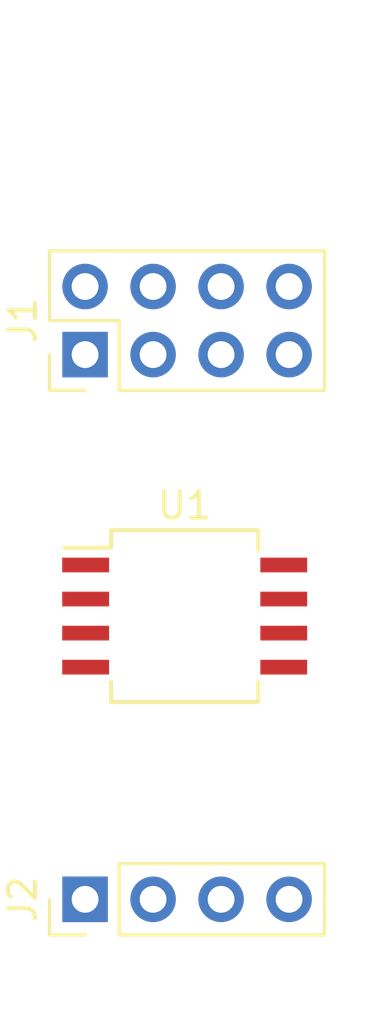
<source format=kicad_pcb>
(kicad_pcb (version 4) (host pcbnew 4.0.7)

  (general
    (links 13)
    (no_connects 13)
    (area 0 0 0 0)
    (thickness 1.6)
    (drawings 0)
    (tracks 0)
    (zones 0)
    (modules 3)
    (nets 8)
  )

  (page A4)
  (layers
    (0 F.Cu signal)
    (31 B.Cu signal)
    (32 B.Adhes user)
    (33 F.Adhes user)
    (34 B.Paste user)
    (35 F.Paste user)
    (36 B.SilkS user)
    (37 F.SilkS user)
    (38 B.Mask user)
    (39 F.Mask user)
    (40 Dwgs.User user)
    (41 Cmts.User user)
    (42 Eco1.User user)
    (43 Eco2.User user)
    (44 Edge.Cuts user)
    (45 Margin user)
    (46 B.CrtYd user)
    (47 F.CrtYd user)
    (48 B.Fab user)
    (49 F.Fab user)
  )

  (setup
    (last_trace_width 0.25)
    (trace_clearance 0.2)
    (zone_clearance 0.508)
    (zone_45_only no)
    (trace_min 0.2)
    (segment_width 0.2)
    (edge_width 0.15)
    (via_size 0.6)
    (via_drill 0.4)
    (via_min_size 0.4)
    (via_min_drill 0.3)
    (uvia_size 0.3)
    (uvia_drill 0.1)
    (uvias_allowed no)
    (uvia_min_size 0.2)
    (uvia_min_drill 0.1)
    (pcb_text_width 0.3)
    (pcb_text_size 1.5 1.5)
    (mod_edge_width 0.15)
    (mod_text_size 1 1)
    (mod_text_width 0.15)
    (pad_size 1.524 1.524)
    (pad_drill 0.762)
    (pad_to_mask_clearance 0.2)
    (aux_axis_origin 0 0)
    (visible_elements FFFFFF7F)
    (pcbplotparams
      (layerselection 0x00030_80000001)
      (usegerberextensions false)
      (excludeedgelayer true)
      (linewidth 0.100000)
      (plotframeref false)
      (viasonmask false)
      (mode 1)
      (useauxorigin false)
      (hpglpennumber 1)
      (hpglpenspeed 20)
      (hpglpendiameter 15)
      (hpglpenoverlay 2)
      (psnegative false)
      (psa4output false)
      (plotreference true)
      (plotvalue true)
      (plotinvisibletext false)
      (padsonsilk false)
      (subtractmaskfromsilk false)
      (outputformat 1)
      (mirror false)
      (drillshape 1)
      (scaleselection 1)
      (outputdirectory ""))
  )

  (net 0 "")
  (net 1 "Net-(J1-Pad1)")
  (net 2 "Net-(J1-Pad2)")
  (net 3 "Net-(J1-Pad3)")
  (net 4 "Net-(J1-Pad4)")
  (net 5 "Net-(J1-Pad5)")
  (net 6 "Net-(J1-Pad7)")
  (net 7 "Net-(J1-Pad8)")

  (net_class Default "This is the default net class."
    (clearance 0.2)
    (trace_width 0.25)
    (via_dia 0.6)
    (via_drill 0.4)
    (uvia_dia 0.3)
    (uvia_drill 0.1)
    (add_net "Net-(J1-Pad1)")
    (add_net "Net-(J1-Pad2)")
    (add_net "Net-(J1-Pad3)")
    (add_net "Net-(J1-Pad4)")
    (add_net "Net-(J1-Pad5)")
    (add_net "Net-(J1-Pad7)")
    (add_net "Net-(J1-Pad8)")
  )

  (module Pin_Headers:Pin_Header_Straight_2x04_Pitch2.54mm (layer F.Cu) (tedit 5ACCE0C4) (tstamp 5ACCDFAC)
    (at 144.78 95.25 90)
    (descr "Through hole straight pin header, 2x04, 2.54mm pitch, double rows")
    (tags "Through hole pin header THT 2x04 2.54mm double row")
    (path /5ACCDDC6)
    (fp_text reference J1 (at 1.27 -2.33 90) (layer F.SilkS)
      (effects (font (size 1 1) (thickness 0.15)))
    )
    (fp_text value Conn_02x04_Counter_Clockwise (at 1.27 9.95 90) (layer F.Fab)
      (effects (font (size 1 1) (thickness 0.15)))
    )
    (fp_line (start 0 -1.27) (end 3.81 -1.27) (layer F.Fab) (width 0.1))
    (fp_line (start 3.81 -1.27) (end 3.81 8.89) (layer F.Fab) (width 0.1))
    (fp_line (start 3.81 8.89) (end -1.27 8.89) (layer F.Fab) (width 0.1))
    (fp_line (start -1.27 8.89) (end -1.27 0) (layer F.Fab) (width 0.1))
    (fp_line (start -1.27 0) (end 0 -1.27) (layer F.Fab) (width 0.1))
    (fp_line (start -1.33 8.95) (end 3.87 8.95) (layer F.SilkS) (width 0.12))
    (fp_line (start -1.33 1.27) (end -1.33 8.95) (layer F.SilkS) (width 0.12))
    (fp_line (start 3.87 -1.33) (end 3.87 8.95) (layer F.SilkS) (width 0.12))
    (fp_line (start -1.33 1.27) (end 1.27 1.27) (layer F.SilkS) (width 0.12))
    (fp_line (start 1.27 1.27) (end 1.27 -1.33) (layer F.SilkS) (width 0.12))
    (fp_line (start 1.27 -1.33) (end 3.87 -1.33) (layer F.SilkS) (width 0.12))
    (fp_line (start -1.33 0) (end -1.33 -1.33) (layer F.SilkS) (width 0.12))
    (fp_line (start -1.33 -1.33) (end 0 -1.33) (layer F.SilkS) (width 0.12))
    (fp_line (start -1.8 -1.8) (end -1.8 9.4) (layer F.CrtYd) (width 0.05))
    (fp_line (start -1.8 9.4) (end 4.35 9.4) (layer F.CrtYd) (width 0.05))
    (fp_line (start 4.35 9.4) (end 4.35 -1.8) (layer F.CrtYd) (width 0.05))
    (fp_line (start 4.35 -1.8) (end -1.8 -1.8) (layer F.CrtYd) (width 0.05))
    (fp_text user %R (at 1.27 3.81 180) (layer F.Fab)
      (effects (font (size 1 1) (thickness 0.15)))
    )
    (pad 1 thru_hole rect (at 0 0 90) (size 1.7 1.7) (drill 1) (layers *.Cu *.Mask)
      (net 1 "Net-(J1-Pad1)"))
    (pad 8 thru_hole oval (at 2.54 0 90) (size 1.7 1.7) (drill 1) (layers *.Cu *.Mask)
      (net 7 "Net-(J1-Pad8)"))
    (pad 2 thru_hole oval (at 0 2.54 90) (size 1.7 1.7) (drill 1) (layers *.Cu *.Mask)
      (net 2 "Net-(J1-Pad2)"))
    (pad 7 thru_hole oval (at 2.54 2.54 90) (size 1.7 1.7) (drill 1) (layers *.Cu *.Mask)
      (net 6 "Net-(J1-Pad7)"))
    (pad 3 thru_hole oval (at 0 5.08 90) (size 1.7 1.7) (drill 1) (layers *.Cu *.Mask)
      (net 3 "Net-(J1-Pad3)"))
    (pad 6 thru_hole oval (at 2.54 5.08 90) (size 1.7 1.7) (drill 1) (layers *.Cu *.Mask)
      (net 3 "Net-(J1-Pad3)"))
    (pad 4 thru_hole oval (at 0 7.62 90) (size 1.7 1.7) (drill 1) (layers *.Cu *.Mask)
      (net 4 "Net-(J1-Pad4)"))
    (pad 5 thru_hole oval (at 2.54 7.62 90) (size 1.7 1.7) (drill 1) (layers *.Cu *.Mask)
      (net 5 "Net-(J1-Pad5)"))
    (model ${KISYS3DMOD}/Pin_Headers.3dshapes/Pin_Header_Straight_2x04_Pitch2.54mm.wrl
      (at (xyz 0 0 0))
      (scale (xyz 1 1 1))
      (rotate (xyz 0 0 0))
    )
  )

  (module Pin_Headers:Pin_Header_Straight_1x04_Pitch2.54mm (layer F.Cu) (tedit 59650532) (tstamp 5ACCDFC4)
    (at 144.78 115.57 90)
    (descr "Through hole straight pin header, 1x04, 2.54mm pitch, single row")
    (tags "Through hole pin header THT 1x04 2.54mm single row")
    (path /5ACCDD93)
    (fp_text reference J2 (at 0 -2.33 90) (layer F.SilkS)
      (effects (font (size 1 1) (thickness 0.15)))
    )
    (fp_text value Conn_01x04 (at 0 9.95 90) (layer F.Fab)
      (effects (font (size 1 1) (thickness 0.15)))
    )
    (fp_line (start -0.635 -1.27) (end 1.27 -1.27) (layer F.Fab) (width 0.1))
    (fp_line (start 1.27 -1.27) (end 1.27 8.89) (layer F.Fab) (width 0.1))
    (fp_line (start 1.27 8.89) (end -1.27 8.89) (layer F.Fab) (width 0.1))
    (fp_line (start -1.27 8.89) (end -1.27 -0.635) (layer F.Fab) (width 0.1))
    (fp_line (start -1.27 -0.635) (end -0.635 -1.27) (layer F.Fab) (width 0.1))
    (fp_line (start -1.33 8.95) (end 1.33 8.95) (layer F.SilkS) (width 0.12))
    (fp_line (start -1.33 1.27) (end -1.33 8.95) (layer F.SilkS) (width 0.12))
    (fp_line (start 1.33 1.27) (end 1.33 8.95) (layer F.SilkS) (width 0.12))
    (fp_line (start -1.33 1.27) (end 1.33 1.27) (layer F.SilkS) (width 0.12))
    (fp_line (start -1.33 0) (end -1.33 -1.33) (layer F.SilkS) (width 0.12))
    (fp_line (start -1.33 -1.33) (end 0 -1.33) (layer F.SilkS) (width 0.12))
    (fp_line (start -1.8 -1.8) (end -1.8 9.4) (layer F.CrtYd) (width 0.05))
    (fp_line (start -1.8 9.4) (end 1.8 9.4) (layer F.CrtYd) (width 0.05))
    (fp_line (start 1.8 9.4) (end 1.8 -1.8) (layer F.CrtYd) (width 0.05))
    (fp_line (start 1.8 -1.8) (end -1.8 -1.8) (layer F.CrtYd) (width 0.05))
    (fp_text user %R (at 0 3.81 180) (layer F.Fab)
      (effects (font (size 1 1) (thickness 0.15)))
    )
    (pad 1 thru_hole rect (at 0 0 90) (size 1.7 1.7) (drill 1) (layers *.Cu *.Mask)
      (net 2 "Net-(J1-Pad2)"))
    (pad 2 thru_hole oval (at 0 2.54 90) (size 1.7 1.7) (drill 1) (layers *.Cu *.Mask)
      (net 6 "Net-(J1-Pad7)"))
    (pad 3 thru_hole oval (at 0 5.08 90) (size 1.7 1.7) (drill 1) (layers *.Cu *.Mask)
      (net 4 "Net-(J1-Pad4)"))
    (pad 4 thru_hole oval (at 0 7.62 90) (size 1.7 1.7) (drill 1) (layers *.Cu *.Mask)
      (net 3 "Net-(J1-Pad3)"))
    (model ${KISYS3DMOD}/Pin_Headers.3dshapes/Pin_Header_Straight_1x04_Pitch2.54mm.wrl
      (at (xyz 0 0 0))
      (scale (xyz 1 1 1))
      (rotate (xyz 0 0 0))
    )
  )

  (module Housings_SOIC:SO-8_5.3x6.2mm_Pitch1.27mm (layer F.Cu) (tedit 59920130) (tstamp 5ACCDFE1)
    (at 148.5011 105.0036)
    (descr "8-Lead Plastic Small Outline, 5.3x6.2mm Body (http://www.ti.com.cn/cn/lit/ds/symlink/tl7705a.pdf)")
    (tags "SOIC 1.27")
    (path /5ACC2B76)
    (attr smd)
    (fp_text reference U1 (at 0 -4.13) (layer F.SilkS)
      (effects (font (size 1 1) (thickness 0.15)))
    )
    (fp_text value kmz60 (at 0 4.13) (layer F.Fab)
      (effects (font (size 1 1) (thickness 0.15)))
    )
    (fp_text user %R (at 0 0) (layer F.Fab)
      (effects (font (size 1 1) (thickness 0.15)))
    )
    (fp_line (start -1.65 -3.1) (end 2.65 -3.1) (layer F.Fab) (width 0.15))
    (fp_line (start 2.65 -3.1) (end 2.65 3.1) (layer F.Fab) (width 0.15))
    (fp_line (start 2.65 3.1) (end -2.65 3.1) (layer F.Fab) (width 0.15))
    (fp_line (start -2.65 3.1) (end -2.65 -2.1) (layer F.Fab) (width 0.15))
    (fp_line (start -2.65 -2.1) (end -1.65 -3.1) (layer F.Fab) (width 0.15))
    (fp_line (start -4.83 -3.35) (end -4.83 3.35) (layer F.CrtYd) (width 0.05))
    (fp_line (start 4.83 -3.35) (end 4.83 3.35) (layer F.CrtYd) (width 0.05))
    (fp_line (start -4.83 -3.35) (end 4.83 -3.35) (layer F.CrtYd) (width 0.05))
    (fp_line (start -4.83 3.35) (end 4.83 3.35) (layer F.CrtYd) (width 0.05))
    (fp_line (start -2.75 -3.205) (end -2.75 -2.55) (layer F.SilkS) (width 0.15))
    (fp_line (start 2.75 -3.205) (end 2.75 -2.455) (layer F.SilkS) (width 0.15))
    (fp_line (start 2.75 3.205) (end 2.75 2.455) (layer F.SilkS) (width 0.15))
    (fp_line (start -2.75 3.205) (end -2.75 2.455) (layer F.SilkS) (width 0.15))
    (fp_line (start -2.75 -3.205) (end 2.75 -3.205) (layer F.SilkS) (width 0.15))
    (fp_line (start -2.75 3.205) (end 2.75 3.205) (layer F.SilkS) (width 0.15))
    (fp_line (start -2.75 -2.55) (end -4.5 -2.55) (layer F.SilkS) (width 0.15))
    (pad 1 smd rect (at -3.7 -1.905) (size 1.75 0.55) (layers F.Cu F.Paste F.Mask)
      (net 1 "Net-(J1-Pad1)"))
    (pad 2 smd rect (at -3.7 -0.635) (size 1.75 0.55) (layers F.Cu F.Paste F.Mask)
      (net 2 "Net-(J1-Pad2)"))
    (pad 3 smd rect (at -3.7 0.635) (size 1.75 0.55) (layers F.Cu F.Paste F.Mask)
      (net 3 "Net-(J1-Pad3)"))
    (pad 4 smd rect (at -3.7 1.905) (size 1.75 0.55) (layers F.Cu F.Paste F.Mask)
      (net 4 "Net-(J1-Pad4)"))
    (pad 5 smd rect (at 3.7 1.905) (size 1.75 0.55) (layers F.Cu F.Paste F.Mask)
      (net 5 "Net-(J1-Pad5)"))
    (pad 6 smd rect (at 3.7 0.635) (size 1.75 0.55) (layers F.Cu F.Paste F.Mask)
      (net 3 "Net-(J1-Pad3)"))
    (pad 7 smd rect (at 3.7 -0.635) (size 1.75 0.55) (layers F.Cu F.Paste F.Mask)
      (net 6 "Net-(J1-Pad7)"))
    (pad 8 smd rect (at 3.7 -1.905) (size 1.75 0.55) (layers F.Cu F.Paste F.Mask)
      (net 7 "Net-(J1-Pad8)"))
    (model ${KISYS3DMOD}/Housings_SOIC.3dshapes/SO-8_5.3x6.2mm_Pitch1.27mm.wrl
      (at (xyz 0 0 0))
      (scale (xyz 1 1 1))
      (rotate (xyz 0 0 0))
    )
  )

)

</source>
